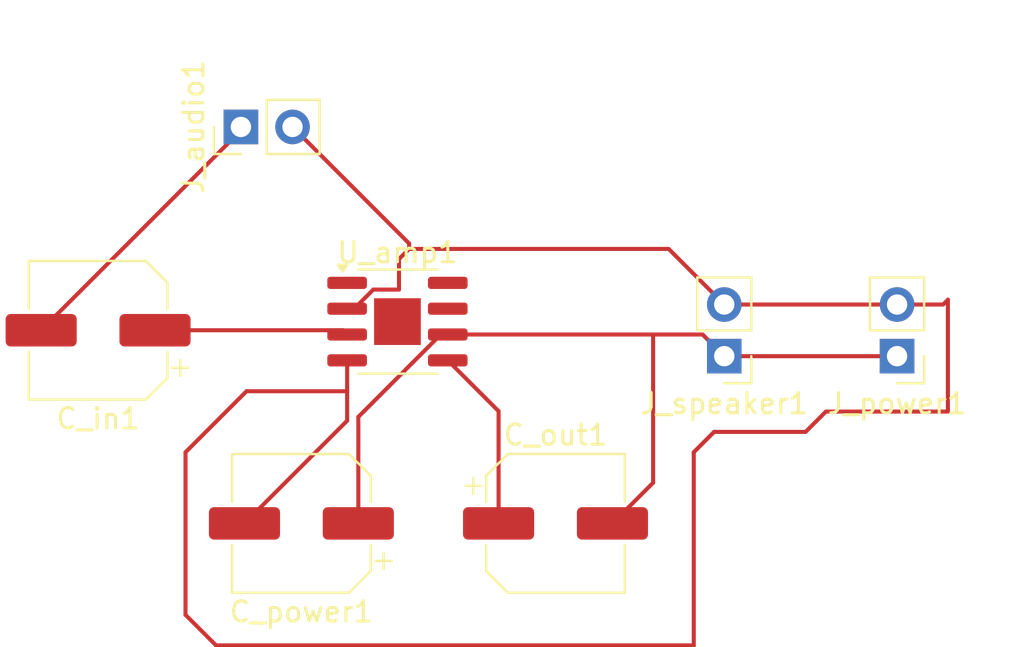
<source format=kicad_pcb>
(kicad_pcb (version 20240108) (generator "pcbnew") (generator_version "8.0")
  (layers (0 "F.Cu" signal) (31 "B.Cu" signal) (34 "B.Paste" user) (35 "F.Paste" user) (36 "B.SilkS" user "B.Silkscreen") (37 "F.SilkS" user "F.Silkscreen") (38 "B.Mask" user) (39 "F.Mask" user) (44 "Edge.Cuts" user))
  (net 0 "")
  (net 1 "Net-(U_amp1-+)")
  (net 2 "Net-(J_audio1-Pin_1)")
  (net 3 "Net-(J_power1-Pin_1)")
  (net 4 "Net-(C_out1-Pad1)")
  (net 5 "Net-(J_audio1-Pin_2)")
  (footprint "Package_SO:HSOP-8-1EP_3.9x4.9mm_P1.27mm_EP2.3x2.3mm" (layer "F.Cu") (at 157.425 98.575)
    (property "Reference" "U_amp1" (at 0 -3.4 0) (layer "F.SilkS"))
    (property "Value" "LM386")
    (fp_line (start 0 -2.56) (end -1.95 -2.56) (stroke (width 0.12)) (layer "F.SilkS"))
    (fp_line (start 0 -2.56) (end 1.95 -2.56) (stroke (width 0.12)) (layer "F.SilkS"))
    (fp_line (start 0 2.56) (end -1.95 2.56) (stroke (width 0.12)) (layer "F.SilkS"))
    (fp_line (start 0 2.56) (end 1.95 2.56) (stroke (width 0.12)) (layer "F.SilkS"))
    (fp_poly (pts (xy -2.7 -2.465) (xy -2.94 -2.795) (xy -2.46 -2.795) (xy -2.7 -2.465)) (stroke (width 0.12)) (fill solid) (layer "F.SilkS"))
    (pad "1" smd roundrect (at -2.475 -1.905) (size 1.95 0.6) (layers "F.Cu" "F.Paste" "F.Mask"))
    (pad "2" smd roundrect (at -2.475 -0.635) (size 1.95 0.6) (layers "F.Cu" "F.Paste" "F.Mask") (net 5 "Net-(J_audio1-Pin_2)"))
    (pad "3" smd roundrect (at -2.475 0.635) (size 1.95 0.6) (layers "F.Cu" "F.Paste" "F.Mask") (net 1 "Net-(U_amp1-+)"))
    (pad "4" smd roundrect (at -2.475 1.905) (size 1.95 0.6) (layers "F.Cu" "F.Paste" "F.Mask") (net 5 "Net-(J_audio1-Pin_2)"))
    (pad "5" smd roundrect (at 2.475 1.905) (size 1.95 0.6) (layers "F.Cu" "F.Paste" "F.Mask") (net 4 "Net-(C_out1-Pad1)"))
    (pad "6" smd roundrect (at 2.475 0.635) (size 1.95 0.6) (layers "F.Cu" "F.Paste" "F.Mask") (net 3 "Net-(J_power1-Pin_1)"))
    (pad "7" smd roundrect (at 2.475 -0.635) (size 1.95 0.6) (layers "F.Cu" "F.Paste" "F.Mask"))
    (pad "8" smd roundrect (at 2.475 -1.905) (size 1.95 0.6) (layers "F.Cu" "F.Paste" "F.Mask"))
    (pad "9" smd rect (at 0 0) (size 2.3 2.3) (property pad_prop_heatsink) (layers "F.Cu" "F.Mask"))
  )
  (footprint "Connector_PinHeader_2.54mm:PinHeader_1x02_P2.54mm_Vertical" (layer "F.Cu") (at 173.5 100.275 180)
    (property "Reference" "J_speaker1" (at 0 -2.33 360) (layer "F.SilkS"))
    (property "Value" "Conn_01x02_Pin")
    (fp_line (start 1.33 1.27) (end 1.33 3.87) (stroke (width 0.12)) (layer "F.SilkS"))
    (fp_line (start -1.33 3.87) (end 1.33 3.87) (stroke (width 0.12)) (layer "F.SilkS"))
    (fp_line (start -1.33 1.27) (end 1.33 1.27) (stroke (width 0.12)) (layer "F.SilkS"))
    (fp_line (start -1.33 1.27) (end -1.33 3.87) (stroke (width 0.12)) (layer "F.SilkS"))
    (fp_line (start -1.33 0) (end -1.33 -1.33) (stroke (width 0.12)) (layer "F.SilkS"))
    (fp_line (start -1.33 -1.33) (end 0 -1.33) (stroke (width 0.12)) (layer "F.SilkS"))
    (pad "1" thru_hole rect (at 0 0 180) (size 1.7 1.7) (drill 1) (layers "*.Cu" "*.Mask") (net 3 "Net-(J_power1-Pin_1)"))
    (pad "2" thru_hole oval (at 0 2.54 180) (size 1.7 1.7) (drill 1) (layers "*.Cu" "*.Mask") (net 5 "Net-(J_audio1-Pin_2)"))
  )
  (footprint "Connector_PinHeader_2.54mm:PinHeader_1x02_P2.54mm_Vertical" (layer "F.Cu") (at 182 100.275 180)
    (property "Reference" "J_power1" (at 0 -2.33 360) (layer "F.SilkS"))
    (property "Value" "Conn_01x02_Pin")
    (fp_line (start 1.33 1.27) (end 1.33 3.87) (stroke (width 0.12)) (layer "F.SilkS"))
    (fp_line (start -1.33 3.87) (end 1.33 3.87) (stroke (width 0.12)) (layer "F.SilkS"))
    (fp_line (start -1.33 1.27) (end 1.33 1.27) (stroke (width 0.12)) (layer "F.SilkS"))
    (fp_line (start -1.33 1.27) (end -1.33 3.87) (stroke (width 0.12)) (layer "F.SilkS"))
    (fp_line (start -1.33 0) (end -1.33 -1.33) (stroke (width 0.12)) (layer "F.SilkS"))
    (fp_line (start -1.33 -1.33) (end 0 -1.33) (stroke (width 0.12)) (layer "F.SilkS"))
    (pad "1" thru_hole rect (at 0 0 180) (size 1.7 1.7) (drill 1) (layers "*.Cu" "*.Mask") (net 3 "Net-(J_power1-Pin_1)"))
    (pad "2" thru_hole oval (at 0 2.54 180) (size 1.7 1.7) (drill 1) (layers "*.Cu" "*.Mask") (net 5 "Net-(J_audio1-Pin_2)"))
  )
  (footprint "Capacitor_SMD:CP_Elec_6.3x5.3" (layer "F.Cu") (at 165.2 108.5)
    (property "Reference" "C_out1" (at 0 -4.35 360) (layer "F.SilkS"))
    (property "Value" "220u")
    (fp_line (start -4.4375 -1.8475) (end -3.65 -1.8475) (stroke (width 0.12)) (layer "F.SilkS"))
    (fp_line (start -4.04375 -2.24125) (end -4.04375 -1.45375) (stroke (width 0.12)) (layer "F.SilkS"))
    (fp_line (start -3.41 -2.345563) (end -3.41 -1.06) (stroke (width 0.12)) (layer "F.SilkS"))
    (fp_line (start -3.41 -2.345563) (end -2.345563 -3.41) (stroke (width 0.12)) (layer "F.SilkS"))
    (fp_line (start -3.41 2.345563) (end -3.41 1.06) (stroke (width 0.12)) (layer "F.SilkS"))
    (fp_line (start -3.41 2.345563) (end -2.345563 3.41) (stroke (width 0.12)) (layer "F.SilkS"))
    (fp_line (start -2.345563 -3.41) (end 3.41 -3.41) (stroke (width 0.12)) (layer "F.SilkS"))
    (fp_line (start -2.345563 3.41) (end 3.41 3.41) (stroke (width 0.12)) (layer "F.SilkS"))
    (fp_line (start 3.41 -3.41) (end 3.41 -1.06) (stroke (width 0.12)) (layer "F.SilkS"))
    (fp_line (start 3.41 3.41) (end 3.41 1.06) (stroke (width 0.12)) (layer "F.SilkS"))
    (pad "1" smd roundrect (at -2.8 0) (size 3.5 1.6) (layers "F.Cu" "F.Paste" "F.Mask") (roundrect_rratio 0.15625) (net 4 "Net-(C_out1-Pad1)"))
    (pad "2" smd roundrect (at 2.8 0) (size 3.5 1.6) (layers "F.Cu" "F.Paste" "F.Mask") (roundrect_rratio 0.15625) (net 3 "Net-(J_power1-Pin_1)"))
  )
  (footprint "Connector_PinHeader_2.54mm:PinHeader_1x02_P2.54mm_Vertical" (layer "F.Cu") (at 149.725 89 90)
    (property "Reference" "J_audio1" (at 0 -2.33 90) (layer "F.SilkS"))
    (property "Value" "Conn_01x02_Pin")
    (fp_line (start -1.33 -1.33) (end 0 -1.33) (stroke (width 0.12)) (layer "F.SilkS"))
    (fp_line (start -1.33 0) (end -1.33 -1.33) (stroke (width 0.12)) (layer "F.SilkS"))
    (fp_line (start 1.33 1.27) (end 1.33 3.87) (stroke (width 0.12)) (layer "F.SilkS"))
    (fp_line (start -1.33 1.27) (end 1.33 1.27) (stroke (width 0.12)) (layer "F.SilkS"))
    (fp_line (start -1.33 1.27) (end -1.33 3.87) (stroke (width 0.12)) (layer "F.SilkS"))
    (fp_line (start -1.33 3.87) (end 1.33 3.87) (stroke (width 0.12)) (layer "F.SilkS"))
    (pad "1" thru_hole rect (at 0 0 90) (size 1.7 1.7) (drill 1) (layers "*.Cu" "*.Mask") (net 2 "Net-(J_audio1-Pin_1)"))
    (pad "2" thru_hole oval (at 0 2.54 90) (size 1.7 1.7) (drill 1) (layers "*.Cu" "*.Mask") (net 5 "Net-(J_audio1-Pin_2)"))
  )
  (footprint "Capacitor_SMD:CP_Elec_6.3x5.3" (layer "F.Cu") (at 152.7 108.5 180)
    (property "Reference" "C_power1" (at 0 -4.35 360) (layer "F.SilkS"))
    (property "Value" "100u")
    (fp_line (start 3.41 3.41) (end 3.41 1.06) (stroke (width 0.12)) (layer "F.SilkS"))
    (fp_line (start 3.41 -3.41) (end 3.41 -1.06) (stroke (width 0.12)) (layer "F.SilkS"))
    (fp_line (start -2.345563 3.41) (end 3.41 3.41) (stroke (width 0.12)) (layer "F.SilkS"))
    (fp_line (start -2.345563 -3.41) (end 3.41 -3.41) (stroke (width 0.12)) (layer "F.SilkS"))
    (fp_line (start -3.41 2.345563) (end -2.345563 3.41) (stroke (width 0.12)) (layer "F.SilkS"))
    (fp_line (start -3.41 2.345563) (end -3.41 1.06) (stroke (width 0.12)) (layer "F.SilkS"))
    (fp_line (start -3.41 -2.345563) (end -2.345563 -3.41) (stroke (width 0.12)) (layer "F.SilkS"))
    (fp_line (start -3.41 -2.345563) (end -3.41 -1.06) (stroke (width 0.12)) (layer "F.SilkS"))
    (fp_line (start -4.04375 -2.24125) (end -4.04375 -1.45375) (stroke (width 0.12)) (layer "F.SilkS"))
    (fp_line (start -4.4375 -1.8475) (end -3.65 -1.8475) (stroke (width 0.12)) (layer "F.SilkS"))
    (pad "1" smd roundrect (at -2.8 0 180) (size 3.5 1.6) (layers "F.Cu" "F.Paste" "F.Mask") (roundrect_rratio 0.15625) (net 3 "Net-(J_power1-Pin_1)"))
    (pad "2" smd roundrect (at 2.8 0 180) (size 3.5 1.6) (layers "F.Cu" "F.Paste" "F.Mask") (roundrect_rratio 0.15625) (net 5 "Net-(J_audio1-Pin_2)"))
  )
  (footprint "Capacitor_SMD:CP_Elec_6.3x5.3" (layer "F.Cu") (at 142.7 99 180)
    (property "Reference" "C_in1" (at 0 -4.35 360) (layer "F.SilkS"))
    (property "Value" "10u")
    (fp_line (start 3.41 3.41) (end 3.41 1.06) (stroke (width 0.12)) (layer "F.SilkS"))
    (fp_line (start 3.41 -3.41) (end 3.41 -1.06) (stroke (width 0.12)) (layer "F.SilkS"))
    (fp_line (start -2.345563 3.41) (end 3.41 3.41) (stroke (width 0.12)) (layer "F.SilkS"))
    (fp_line (start -2.345563 -3.41) (end 3.41 -3.41) (stroke (width 0.12)) (layer "F.SilkS"))
    (fp_line (start -3.41 2.345563) (end -2.345563 3.41) (stroke (width 0.12)) (layer "F.SilkS"))
    (fp_line (start -3.41 2.345563) (end -3.41 1.06) (stroke (width 0.12)) (layer "F.SilkS"))
    (fp_line (start -3.41 -2.345563) (end -2.345563 -3.41) (stroke (width 0.12)) (layer "F.SilkS"))
    (fp_line (start -3.41 -2.345563) (end -3.41 -1.06) (stroke (width 0.12)) (layer "F.SilkS"))
    (fp_line (start -4.04375 -2.24125) (end -4.04375 -1.45375) (stroke (width 0.12)) (layer "F.SilkS"))
    (fp_line (start -4.4375 -1.8475) (end -3.65 -1.8475) (stroke (width 0.12)) (layer "F.SilkS"))
    (pad "1" smd roundrect (at -2.8 0 180) (size 3.5 1.6) (layers "F.Cu" "F.Paste" "F.Mask") (roundrect_rratio 0.15625) (net 1 "Net-(U_amp1-+)"))
    (pad "2" smd roundrect (at 2.8 0 180) (size 3.5 1.6) (layers "F.Cu" "F.Paste" "F.Mask") (roundrect_rratio 0.15625) (net 2 "Net-(J_audio1-Pin_1)"))
  )
  (segment (start 154.74 99) (end 154.95 99.21) (width 0.2) (layer "F.Cu") (net 1))
  (segment (start 145.5 99) (end 154.74 99) (width 0.2) (layer "F.Cu") (net 1))
  (segment (start 149.725 89.175) (end 149.725 89) (width 0.2) (layer "F.Cu") (net 2))
  (segment (start 139.9 99) (end 149.725 89.175) (width 0.2) (layer "F.Cu") (net 2))
  (segment (start 159.554448 99.21) (end 155.5 103.264448) (width 0.2) (layer "F.Cu") (net 3))
  (segment (start 174 100.5) (end 173.725 100.5) (width 0.2) (layer "F.Cu") (net 3))
  (segment (start 170 99.21) (end 172.435 99.21) (width 0.2) (layer "F.Cu") (net 3))
  (segment (start 170 99.21) (end 170 106.5) (width 0.2) (layer "F.Cu") (net 3))
  (segment (start 159.9 99.21) (end 166.5 99.21) (width 0.2) (layer "F.Cu") (net 3))
  (segment (start 166.5 99.21) (end 170 99.21) (width 0.2) (layer "F.Cu") (net 3))
  (segment (start 172.435 99.21) (end 173.5 100.275) (width 0.2) (layer "F.Cu") (net 3))
  (segment (start 155.5 103.264448) (end 155.5 108.5) (width 0.2) (layer "F.Cu") (net 3))
  (segment (start 159.9 99.21) (end 159.554448 99.21) (width 0.2) (layer "F.Cu") (net 3))
  (segment (start 173.725 100.5) (end 173.5 100.275) (width 0.2) (layer "F.Cu") (net 3))
  (segment (start 170 106.5) (end 168 108.5) (width 0.2) (layer "F.Cu") (net 3))
  (segment (start 173.5 100.275) (end 182 100.275) (width 0.2) (layer "F.Cu") (net 3))
  (segment (start 159.9 100.48) (end 162.4 102.98) (width 0.2) (layer "F.Cu") (net 4))
  (segment (start 162.4 102.98) (end 162.4 108.5) (width 0.2) (layer "F.Cu") (net 4))
  (segment (start 158 94.735) (end 158 95) (width 0.2) (layer "F.Cu") (net 5))
  (segment (start 178.5 103) (end 184.5 103) (width 0.2) (layer "F.Cu") (net 5))
  (segment (start 150 102) (end 147 105) (width 0.2) (layer "F.Cu") (net 5))
  (segment (start 148.5 114.5) (end 172 114.5) (width 0.2) (layer "F.Cu") (net 5))
  (segment (start 172 114.5) (end 172 105) (width 0.2) (layer "F.Cu") (net 5))
  (segment (start 157.5 95.5) (end 158 95) (width 0.2) (layer "F.Cu") (net 5))
  (segment (start 184.265 97.735) (end 182 97.735) (width 0.2) (layer "F.Cu") (net 5))
  (segment (start 149.9 108.5) (end 154.95 103.45) (width 0.2) (layer "F.Cu") (net 5))
  (segment (start 177.5 104) (end 178.5 103) (width 0.2) (layer "F.Cu") (net 5))
  (segment (start 184.5 97.5) (end 184.265 97.735) (width 0.2) (layer "F.Cu") (net 5))
  (segment (start 173.5 97.735) (end 182 97.735) (width 0.2) (layer "F.Cu") (net 5))
  (segment (start 154.95 97.94) (end 155.295552 97.94) (width 0.2) (layer "F.Cu") (net 5))
  (segment (start 184.5 103) (end 184.5 97.5) (width 0.2) (layer "F.Cu") (net 5))
  (segment (start 147 105) (end 147 113) (width 0.2) (layer "F.Cu") (net 5))
  (segment (start 172 105) (end 173 104) (width 0.2) (layer "F.Cu") (net 5))
  (segment (start 158 95) (end 170.765 95) (width 0.2) (layer "F.Cu") (net 5))
  (segment (start 170.765 95) (end 173.5 97.735) (width 0.2) (layer "F.Cu") (net 5))
  (segment (start 147 113) (end 148.5 114.5) (width 0.2) (layer "F.Cu") (net 5))
  (segment (start 154.95 102) (end 154.95 100.48) (width 0.2) (layer "F.Cu") (net 5))
  (segment (start 173 104) (end 177.5 104) (width 0.2) (layer "F.Cu") (net 5))
  (segment (start 154.95 102) (end 150 102) (width 0.2) (layer "F.Cu") (net 5))
  (segment (start 157.5 97) (end 157.5 95.5) (width 0.2) (layer "F.Cu") (net 5))
  (segment (start 155.295552 97.94) (end 156.235552 97) (width 0.2) (layer "F.Cu") (net 5))
  (segment (start 152.265 89) (end 158 94.735) (width 0.2) (layer "F.Cu") (net 5))
  (segment (start 154.95 103.45) (end 154.95 102) (width 0.2) (layer "F.Cu") (net 5))
  (segment (start 156.235552 97) (end 157.5 97) (width 0.2) (layer "F.Cu") (net 5))
)
</source>
